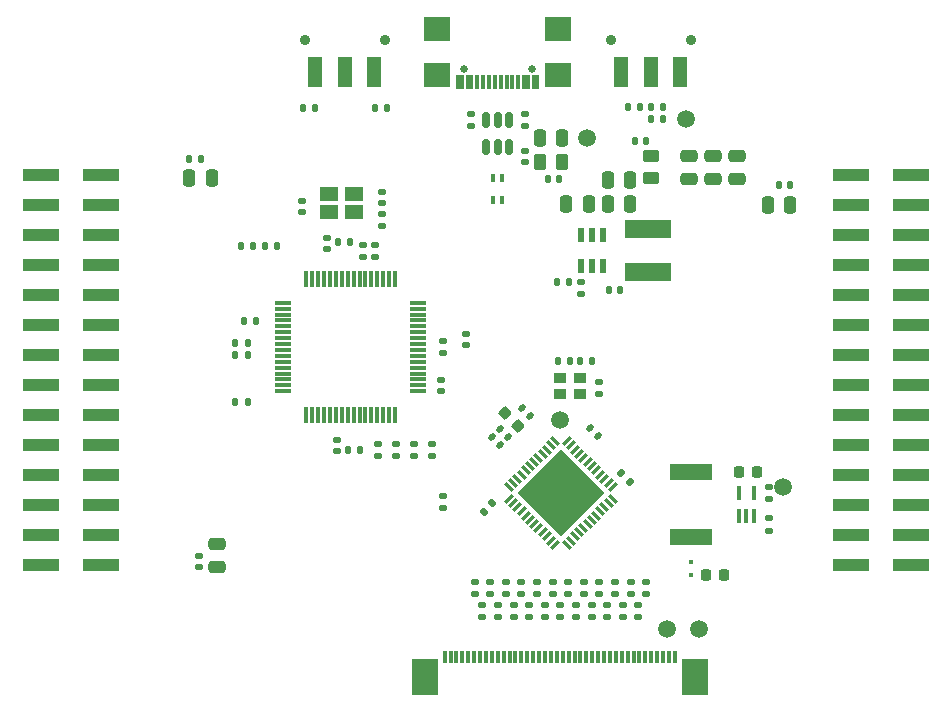
<source format=gts>
G04 #@! TF.GenerationSoftware,KiCad,Pcbnew,(6.0.2)*
G04 #@! TF.CreationDate,2023-09-30T20:52:37-07:00*
G04 #@! TF.ProjectId,comscicalc_compute,636f6d73-6369-4636-916c-635f636f6d70,rev?*
G04 #@! TF.SameCoordinates,Original*
G04 #@! TF.FileFunction,Soldermask,Top*
G04 #@! TF.FilePolarity,Negative*
%FSLAX46Y46*%
G04 Gerber Fmt 4.6, Leading zero omitted, Abs format (unit mm)*
G04 Created by KiCad (PCBNEW (6.0.2)) date 2023-09-30 20:52:37*
%MOMM*%
%LPD*%
G01*
G04 APERTURE LIST*
G04 Aperture macros list*
%AMRoundRect*
0 Rectangle with rounded corners*
0 $1 Rounding radius*
0 $2 $3 $4 $5 $6 $7 $8 $9 X,Y pos of 4 corners*
0 Add a 4 corners polygon primitive as box body*
4,1,4,$2,$3,$4,$5,$6,$7,$8,$9,$2,$3,0*
0 Add four circle primitives for the rounded corners*
1,1,$1+$1,$2,$3*
1,1,$1+$1,$4,$5*
1,1,$1+$1,$6,$7*
1,1,$1+$1,$8,$9*
0 Add four rect primitives between the rounded corners*
20,1,$1+$1,$2,$3,$4,$5,0*
20,1,$1+$1,$4,$5,$6,$7,0*
20,1,$1+$1,$6,$7,$8,$9,0*
20,1,$1+$1,$8,$9,$2,$3,0*%
%AMRotRect*
0 Rectangle, with rotation*
0 The origin of the aperture is its center*
0 $1 length*
0 $2 width*
0 $3 Rotation angle, in degrees counterclockwise*
0 Add horizontal line*
21,1,$1,$2,0,0,$3*%
G04 Aperture macros list end*
%ADD10RoundRect,0.250000X0.475000X-0.250000X0.475000X0.250000X-0.475000X0.250000X-0.475000X-0.250000X0*%
%ADD11RoundRect,0.140000X0.170000X-0.140000X0.170000X0.140000X-0.170000X0.140000X-0.170000X-0.140000X0*%
%ADD12RoundRect,0.135000X-0.035355X0.226274X-0.226274X0.035355X0.035355X-0.226274X0.226274X-0.035355X0*%
%ADD13RoundRect,0.135000X0.135000X0.185000X-0.135000X0.185000X-0.135000X-0.185000X0.135000X-0.185000X0*%
%ADD14R,0.320000X0.430000*%
%ADD15RoundRect,0.140000X-0.140000X-0.170000X0.140000X-0.170000X0.140000X0.170000X-0.140000X0.170000X0*%
%ADD16C,1.500000*%
%ADD17RoundRect,0.135000X0.185000X-0.135000X0.185000X0.135000X-0.185000X0.135000X-0.185000X-0.135000X0*%
%ADD18R,0.300000X1.100000*%
%ADD19R,2.300000X3.100000*%
%ADD20RoundRect,0.140000X0.219203X0.021213X0.021213X0.219203X-0.219203X-0.021213X-0.021213X-0.219203X0*%
%ADD21RoundRect,0.140000X-0.170000X0.140000X-0.170000X-0.140000X0.170000X-0.140000X0.170000X0.140000X0*%
%ADD22RoundRect,0.135000X-0.185000X0.135000X-0.185000X-0.135000X0.185000X-0.135000X0.185000X0.135000X0*%
%ADD23RoundRect,0.225000X0.335876X0.017678X0.017678X0.335876X-0.335876X-0.017678X-0.017678X-0.335876X0*%
%ADD24RoundRect,0.150000X-0.150000X0.512500X-0.150000X-0.512500X0.150000X-0.512500X0.150000X0.512500X0*%
%ADD25RoundRect,0.135000X-0.135000X-0.185000X0.135000X-0.185000X0.135000X0.185000X-0.135000X0.185000X0*%
%ADD26RoundRect,0.135000X0.226274X0.035355X0.035355X0.226274X-0.226274X-0.035355X-0.035355X-0.226274X0*%
%ADD27R,0.400000X1.200000*%
%ADD28R,0.300000X1.475000*%
%ADD29R,1.475000X0.300000*%
%ADD30RotRect,0.300000X0.850000X315.000000*%
%ADD31RotRect,0.300000X0.850000X225.000000*%
%ADD32RotRect,5.250000X5.250000X225.000000*%
%ADD33RoundRect,0.140000X0.140000X0.170000X-0.140000X0.170000X-0.140000X-0.170000X0.140000X-0.170000X0*%
%ADD34R,0.400000X0.750000*%
%ADD35RoundRect,0.250000X-0.250000X-0.475000X0.250000X-0.475000X0.250000X0.475000X-0.250000X0.475000X0*%
%ADD36R,0.600000X1.150000*%
%ADD37RoundRect,0.250000X0.250000X0.475000X-0.250000X0.475000X-0.250000X-0.475000X0.250000X-0.475000X0*%
%ADD38RoundRect,0.225000X-0.225000X-0.250000X0.225000X-0.250000X0.225000X0.250000X-0.225000X0.250000X0*%
%ADD39R,3.150000X1.000000*%
%ADD40RoundRect,0.250000X-0.475000X0.250000X-0.475000X-0.250000X0.475000X-0.250000X0.475000X0.250000X0*%
%ADD41C,0.900000*%
%ADD42R,1.200000X2.500000*%
%ADD43R,1.000000X0.900000*%
%ADD44RoundRect,0.250000X-0.262500X-0.450000X0.262500X-0.450000X0.262500X0.450000X-0.262500X0.450000X0*%
%ADD45R,1.500000X1.200000*%
%ADD46C,0.650000*%
%ADD47R,0.300000X1.150000*%
%ADD48R,2.180000X2.000000*%
%ADD49RoundRect,0.250000X-0.450000X0.262500X-0.450000X-0.262500X0.450000X-0.262500X0.450000X0.262500X0*%
%ADD50R,4.000000X1.500000*%
%ADD51R,3.560000X1.400000*%
G04 APERTURE END LIST*
D10*
X129209800Y-79984600D03*
X129209800Y-78084600D03*
D11*
X138480800Y-53058000D03*
X138480800Y-52098000D03*
D12*
X152502626Y-74613941D03*
X151781378Y-75335189D03*
D13*
X134241000Y-52832000D03*
X133221000Y-52832000D03*
D14*
X169287002Y-80680765D03*
X169287002Y-79580765D03*
D11*
X148285200Y-61846400D03*
X148285200Y-60886400D03*
D15*
X126847600Y-45481200D03*
X127807600Y-45481200D03*
D16*
X168859200Y-42062400D03*
D17*
X163546602Y-84249565D03*
X163546602Y-83229565D03*
D11*
X143154400Y-49197200D03*
X143154400Y-48237200D03*
D16*
X167255002Y-85236165D03*
X158263402Y-67557765D03*
D18*
X148462602Y-87584365D03*
X148962602Y-87584365D03*
X149462602Y-87584365D03*
X149962602Y-87584365D03*
X150462602Y-87584365D03*
X150962602Y-87584365D03*
X151462602Y-87584365D03*
X151962602Y-87584365D03*
X152462602Y-87584365D03*
X152962602Y-87584365D03*
X153462602Y-87584365D03*
X153962602Y-87584365D03*
X154462602Y-87584365D03*
X154962602Y-87584365D03*
X155462602Y-87584365D03*
X155962602Y-87584365D03*
X156462602Y-87584365D03*
X156962602Y-87584365D03*
X157462602Y-87584365D03*
X157962602Y-87584365D03*
X158462602Y-87584365D03*
X158962602Y-87584365D03*
X159462602Y-87584365D03*
X159962602Y-87584365D03*
X160462602Y-87584365D03*
X160962602Y-87584365D03*
X161462602Y-87584365D03*
X161962602Y-87584365D03*
X162462602Y-87584365D03*
X162962602Y-87584365D03*
X163462602Y-87584365D03*
X163962602Y-87584365D03*
X164462602Y-87584365D03*
X164962602Y-87584365D03*
X165462602Y-87584365D03*
X165962602Y-87584365D03*
X166462602Y-87584365D03*
X166962602Y-87584365D03*
X167462602Y-87584365D03*
X167962602Y-87584365D03*
D19*
X146792602Y-89284365D03*
X169632602Y-89284365D03*
D20*
X161422213Y-68913176D03*
X160743391Y-68234354D03*
D17*
X154301002Y-84253565D03*
X154301002Y-83233565D03*
D21*
X139316400Y-69217600D03*
X139316400Y-70177600D03*
D22*
X150672800Y-41654000D03*
X150672800Y-42674000D03*
D20*
X153141813Y-69675176D03*
X152462991Y-68996354D03*
D23*
X154696610Y-68029573D03*
X153600594Y-66933557D03*
D17*
X150999002Y-82315165D03*
X150999002Y-81295165D03*
D24*
X153908800Y-42144100D03*
X152958800Y-42144100D03*
X152008800Y-42144100D03*
X152008800Y-44419100D03*
X152958800Y-44419100D03*
X153908800Y-44419100D03*
D17*
X147370800Y-70563200D03*
X147370800Y-69543200D03*
D25*
X157986000Y-55880000D03*
X159006000Y-55880000D03*
D17*
X148285200Y-74982800D03*
X148285200Y-73962800D03*
D20*
X155707213Y-67236776D03*
X155028391Y-66557954D03*
D26*
X164135826Y-72769789D03*
X163414578Y-72048541D03*
D22*
X175891002Y-73217965D03*
X175891002Y-74237965D03*
D27*
X173361402Y-75645165D03*
X174011402Y-75645165D03*
X174661402Y-75645165D03*
X174661402Y-73745165D03*
X173361402Y-73745165D03*
D25*
X158032802Y-62579365D03*
X159052802Y-62579365D03*
D28*
X144262800Y-55628400D03*
X143762800Y-55628400D03*
X143262800Y-55628400D03*
X142762800Y-55628400D03*
X142262800Y-55628400D03*
X141762800Y-55628400D03*
X141262800Y-55628400D03*
X140762800Y-55628400D03*
X140262800Y-55628400D03*
X139762800Y-55628400D03*
X139262800Y-55628400D03*
X138762800Y-55628400D03*
X138262800Y-55628400D03*
X137762800Y-55628400D03*
X137262800Y-55628400D03*
X136762800Y-55628400D03*
D29*
X134774800Y-57616400D03*
X134774800Y-58116400D03*
X134774800Y-58616400D03*
X134774800Y-59116400D03*
X134774800Y-59616400D03*
X134774800Y-60116400D03*
X134774800Y-60616400D03*
X134774800Y-61116400D03*
X134774800Y-61616400D03*
X134774800Y-62116400D03*
X134774800Y-62616400D03*
X134774800Y-63116400D03*
X134774800Y-63616400D03*
X134774800Y-64116400D03*
X134774800Y-64616400D03*
X134774800Y-65116400D03*
D28*
X136762800Y-67104400D03*
X137262800Y-67104400D03*
X137762800Y-67104400D03*
X138262800Y-67104400D03*
X138762800Y-67104400D03*
X139262800Y-67104400D03*
X139762800Y-67104400D03*
X140262800Y-67104400D03*
X140762800Y-67104400D03*
X141262800Y-67104400D03*
X141762800Y-67104400D03*
X142262800Y-67104400D03*
X142762800Y-67104400D03*
X143262800Y-67104400D03*
X143762800Y-67104400D03*
X144262800Y-67104400D03*
D29*
X146250800Y-65116400D03*
X146250800Y-64616400D03*
X146250800Y-64116400D03*
X146250800Y-63616400D03*
X146250800Y-63116400D03*
X146250800Y-62616400D03*
X146250800Y-62116400D03*
X146250800Y-61616400D03*
X146250800Y-61116400D03*
X146250800Y-60616400D03*
X146250800Y-60116400D03*
X146250800Y-59616400D03*
X146250800Y-59116400D03*
X146250800Y-58616400D03*
X146250800Y-58116400D03*
X146250800Y-57616400D03*
D30*
X162693502Y-73229510D03*
X162339949Y-72875957D03*
X161986395Y-72522403D03*
X161632842Y-72168850D03*
X161279288Y-71815297D03*
X160925735Y-71461743D03*
X160572182Y-71108190D03*
X160218628Y-70754637D03*
X159865075Y-70401083D03*
X159511522Y-70047530D03*
X159157968Y-69693976D03*
X158804415Y-69340423D03*
D31*
X157814465Y-69340423D03*
X157460912Y-69693976D03*
X157107358Y-70047530D03*
X156753805Y-70401083D03*
X156400252Y-70754637D03*
X156046698Y-71108190D03*
X155693145Y-71461743D03*
X155339592Y-71815297D03*
X154986038Y-72168850D03*
X154632485Y-72522403D03*
X154278931Y-72875957D03*
X153925378Y-73229510D03*
D30*
X153925378Y-74219460D03*
X154278931Y-74573013D03*
X154632485Y-74926567D03*
X154986038Y-75280120D03*
X155339592Y-75633673D03*
X155693145Y-75987227D03*
X156046698Y-76340780D03*
X156400252Y-76694333D03*
X156753805Y-77047887D03*
X157107358Y-77401440D03*
X157460912Y-77754994D03*
X157814465Y-78108547D03*
D31*
X158804415Y-78108547D03*
X159157968Y-77754994D03*
X159511522Y-77401440D03*
X159865075Y-77047887D03*
X160218628Y-76694333D03*
X160572182Y-76340780D03*
X160925735Y-75987227D03*
X161279288Y-75633673D03*
X161632842Y-75280120D03*
X161986395Y-74926567D03*
X162339949Y-74573013D03*
X162693502Y-74219460D03*
D32*
X158309440Y-73724485D03*
D33*
X141269600Y-70104000D03*
X140309600Y-70104000D03*
D13*
X131777200Y-65989200D03*
X130757200Y-65989200D03*
D34*
X153358800Y-47075000D03*
X152558800Y-47075000D03*
X152558800Y-48925000D03*
X153358800Y-48925000D03*
D33*
X164972400Y-41046400D03*
X164012400Y-41046400D03*
D35*
X126862800Y-47056000D03*
X128762800Y-47056000D03*
D36*
X161884400Y-51887600D03*
X160934400Y-51887600D03*
X159984400Y-51887600D03*
X159984400Y-54487600D03*
X160934400Y-54487600D03*
X161884400Y-54487600D03*
D33*
X165552000Y-43891200D03*
X164592000Y-43891200D03*
D37*
X164170400Y-49276000D03*
X162270400Y-49276000D03*
D17*
X151659402Y-84249565D03*
X151659402Y-83229565D03*
D38*
X170569402Y-80664165D03*
X172119402Y-80664165D03*
D17*
X175891002Y-76906965D03*
X175891002Y-75886965D03*
D16*
X177110202Y-73221965D03*
D39*
X119365000Y-79806800D03*
X114315000Y-79806800D03*
X119365000Y-77266800D03*
X114315000Y-77266800D03*
X119365000Y-74726800D03*
X114315000Y-74726800D03*
X119365000Y-72186800D03*
X114315000Y-72186800D03*
X119365000Y-69646800D03*
X114315000Y-69646800D03*
X119365000Y-67106800D03*
X114315000Y-67106800D03*
X119365000Y-64566800D03*
X114315000Y-64566800D03*
X119365000Y-62026800D03*
X114315000Y-62026800D03*
X119365000Y-59486800D03*
X114315000Y-59486800D03*
X119365000Y-56946800D03*
X114315000Y-56946800D03*
X119365000Y-54406800D03*
X114315000Y-54406800D03*
X119365000Y-51866800D03*
X114315000Y-51866800D03*
X119365000Y-49326800D03*
X114315000Y-49326800D03*
X119365000Y-46786800D03*
X114315000Y-46786800D03*
D11*
X136357800Y-49923800D03*
X136357800Y-48963800D03*
D25*
X131189000Y-52832000D03*
X132209000Y-52832000D03*
D13*
X137519600Y-41097200D03*
X136499600Y-41097200D03*
D17*
X161565402Y-82313165D03*
X161565402Y-81293165D03*
D33*
X158163200Y-47142400D03*
X157203200Y-47142400D03*
D17*
X160244602Y-82313165D03*
X160244602Y-81293165D03*
D40*
X173177200Y-45227200D03*
X173177200Y-47127200D03*
D38*
X173363402Y-71951965D03*
X174913402Y-71951965D03*
D17*
X159584202Y-84251565D03*
X159584202Y-83231565D03*
D11*
X127635000Y-79984600D03*
X127635000Y-79024600D03*
D17*
X164207002Y-82315165D03*
X164207002Y-81295165D03*
X144322800Y-70565200D03*
X144322800Y-69545200D03*
X143154400Y-51157600D03*
X143154400Y-50137600D03*
D22*
X141579600Y-52728400D03*
X141579600Y-53748400D03*
D37*
X164170400Y-47244000D03*
X162270400Y-47244000D03*
D41*
X162512800Y-35333400D03*
X169312800Y-35333400D03*
D42*
X163412800Y-38083400D03*
X165912800Y-38083400D03*
X168412800Y-38083400D03*
D37*
X158430000Y-43637200D03*
X156530000Y-43637200D03*
D17*
X162225802Y-84251565D03*
X162225802Y-83231565D03*
D13*
X143562800Y-41097200D03*
X142542800Y-41097200D03*
D37*
X177734000Y-49326800D03*
X175834000Y-49326800D03*
D35*
X158765200Y-49276000D03*
X160665200Y-49276000D03*
D43*
X159958802Y-64012165D03*
X158258802Y-64012165D03*
X158258802Y-65312165D03*
X159958802Y-65312165D03*
D17*
X155621802Y-84249565D03*
X155621802Y-83229565D03*
X158263402Y-84251565D03*
X158263402Y-83231565D03*
X162886202Y-82315165D03*
X162886202Y-81295165D03*
X156282202Y-82315165D03*
X156282202Y-81295165D03*
X158923802Y-82315165D03*
X158923802Y-81295165D03*
D25*
X139444000Y-52476400D03*
X140464000Y-52476400D03*
D22*
X155244800Y-41654000D03*
X155244800Y-42674000D03*
D44*
X156567500Y-45669200D03*
X158392500Y-45669200D03*
D16*
X160477200Y-43637200D03*
D17*
X156942602Y-84247565D03*
X156942602Y-83227565D03*
D25*
X130757200Y-62077600D03*
X131777200Y-62077600D03*
X165910800Y-42062400D03*
X166930800Y-42062400D03*
D45*
X138650000Y-49974400D03*
X140750000Y-49974400D03*
X140750000Y-48374400D03*
X138650000Y-48374400D03*
D39*
X182895000Y-46786800D03*
X187945000Y-46786800D03*
X182895000Y-49326800D03*
X187945000Y-49326800D03*
X182895000Y-51866800D03*
X187945000Y-51866800D03*
X182895000Y-54406800D03*
X187945000Y-54406800D03*
X182895000Y-56946800D03*
X187945000Y-56946800D03*
X182895000Y-59486800D03*
X187945000Y-59486800D03*
X182895000Y-62026800D03*
X187945000Y-62026800D03*
X182895000Y-64566800D03*
X187945000Y-64566800D03*
X182895000Y-67106800D03*
X187945000Y-67106800D03*
X182895000Y-69646800D03*
X187945000Y-69646800D03*
X182895000Y-72186800D03*
X187945000Y-72186800D03*
X182895000Y-74726800D03*
X187945000Y-74726800D03*
X182895000Y-77266800D03*
X187945000Y-77266800D03*
X182895000Y-79806800D03*
X187945000Y-79806800D03*
D25*
X130757200Y-61061600D03*
X131777200Y-61061600D03*
X159963202Y-62579365D03*
X160983202Y-62579365D03*
D33*
X163344800Y-56540400D03*
X162384800Y-56540400D03*
D11*
X142544800Y-53718400D03*
X142544800Y-52758400D03*
D17*
X154961402Y-82313165D03*
X154961402Y-81293165D03*
D33*
X132458400Y-59131200D03*
X131498400Y-59131200D03*
D17*
X142798800Y-70565200D03*
X142798800Y-69545200D03*
D16*
X169972802Y-85236165D03*
D17*
X153640602Y-82315165D03*
X153640602Y-81295165D03*
X145846800Y-70563200D03*
X145846800Y-69543200D03*
D11*
X148183600Y-65097600D03*
X148183600Y-64137600D03*
D40*
X171145200Y-45227200D03*
X171145200Y-47127200D03*
X169113200Y-45227200D03*
X169113200Y-47127200D03*
D17*
X160905002Y-84245565D03*
X160905002Y-83225565D03*
D13*
X166932800Y-41046400D03*
X165912800Y-41046400D03*
D22*
X159969200Y-55878000D03*
X159969200Y-56898000D03*
D33*
X177706000Y-47650400D03*
X176746000Y-47650400D03*
D17*
X165527802Y-82315165D03*
X165527802Y-81295165D03*
X152319802Y-82315165D03*
X152319802Y-81295165D03*
D46*
X150068800Y-37863400D03*
X155848800Y-37863400D03*
D47*
X156308800Y-38938400D03*
X155508800Y-38938400D03*
X154208800Y-38938400D03*
X153208800Y-38938400D03*
X152708800Y-38938400D03*
X151708800Y-38938400D03*
X150408800Y-38938400D03*
X149608800Y-38938400D03*
X149908800Y-38938400D03*
X150708800Y-38938400D03*
X151208800Y-38938400D03*
X152208800Y-38938400D03*
X153708800Y-38938400D03*
X154708800Y-38938400D03*
X155208800Y-38938400D03*
X156008800Y-38938400D03*
D48*
X158068800Y-34433400D03*
X147848800Y-34433400D03*
X158068800Y-38363400D03*
X147848800Y-38363400D03*
D11*
X155244800Y-45692000D03*
X155244800Y-44732000D03*
D17*
X152980202Y-84249565D03*
X152980202Y-83229565D03*
D49*
X165963600Y-45213900D03*
X165963600Y-47038900D03*
D41*
X143404800Y-35333400D03*
X136604800Y-35333400D03*
D42*
X137504800Y-38083400D03*
X140004800Y-38083400D03*
X142504800Y-38083400D03*
D50*
X165709600Y-51387600D03*
X165709600Y-54987600D03*
D51*
X169287002Y-77425165D03*
X169287002Y-71965165D03*
D17*
X157603002Y-82315165D03*
X157603002Y-81295165D03*
X164867402Y-84249565D03*
X164867402Y-83229565D03*
D21*
X150266400Y-60276800D03*
X150266400Y-61236800D03*
D11*
X161514602Y-65319965D03*
X161514602Y-64359965D03*
D20*
X153853013Y-68963976D03*
X153174191Y-68285154D03*
M02*

</source>
